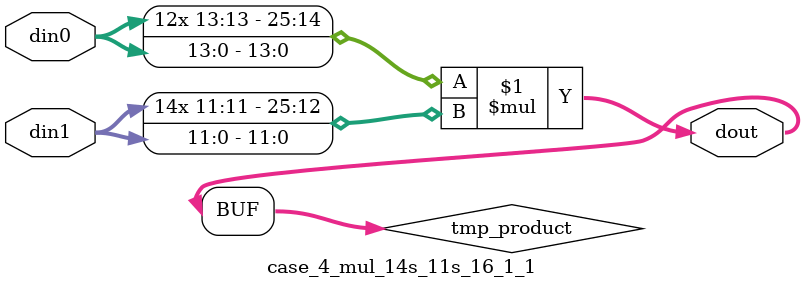
<source format=v>

`timescale 1 ns / 1 ps

 module case_4_mul_14s_11s_16_1_1(din0, din1, dout);
parameter ID = 1;
parameter NUM_STAGE = 0;
parameter din0_WIDTH = 14;
parameter din1_WIDTH = 12;
parameter dout_WIDTH = 26;

input [din0_WIDTH - 1 : 0] din0; 
input [din1_WIDTH - 1 : 0] din1; 
output [dout_WIDTH - 1 : 0] dout;

wire signed [dout_WIDTH - 1 : 0] tmp_product;



























assign tmp_product = $signed(din0) * $signed(din1);








assign dout = tmp_product;





















endmodule

</source>
